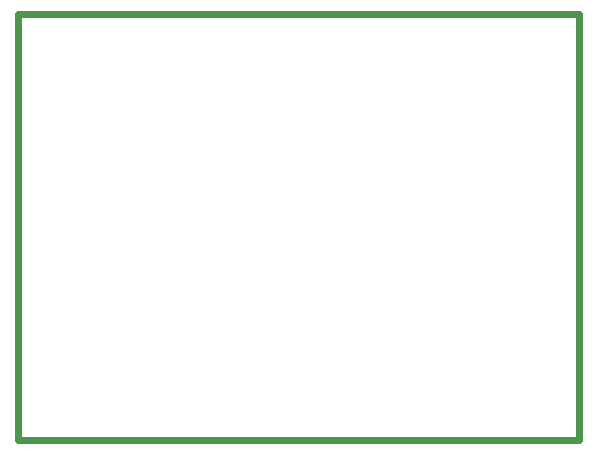
<source format=gbr>
%FSLAX34Y34*%
%MOMM*%
%LNOUTLINE*%
G71*
G01*
%ADD10C,0.600*%
%LPD*%
G54D10*
X475000Y0D02*
X0Y0D01*
X0Y360000D01*
X475000Y360000D01*
X475000Y0D01*
M02*

</source>
